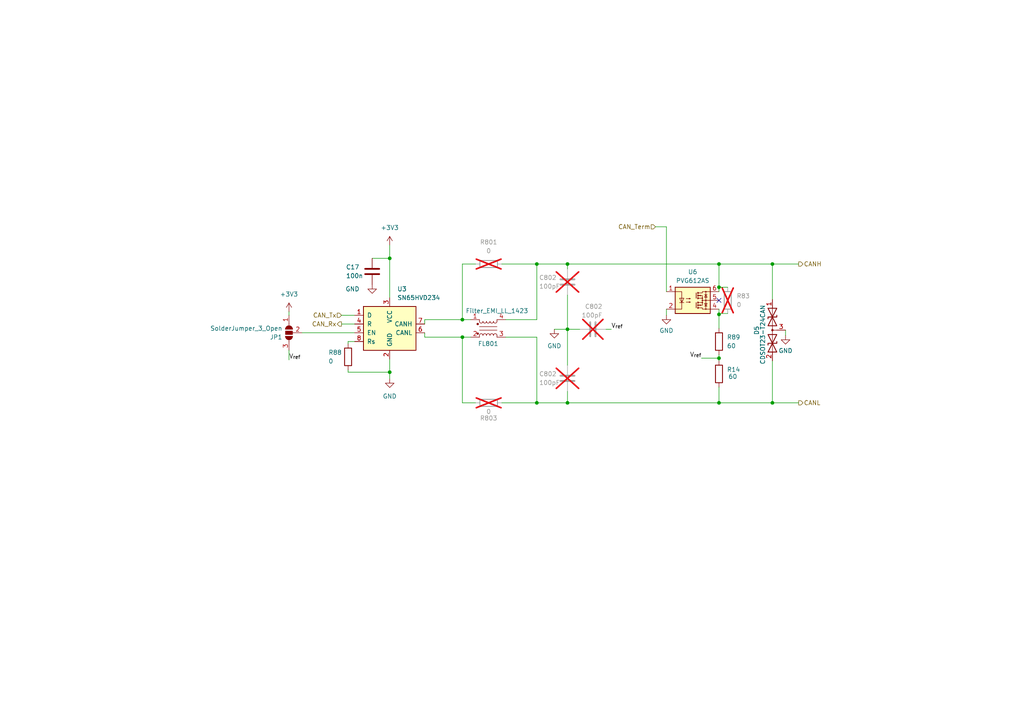
<source format=kicad_sch>
(kicad_sch
	(version 20231120)
	(generator "eeschema")
	(generator_version "8.0")
	(uuid "b97e0e77-c65f-47c4-a065-60c9f76679da")
	(paper "A4")
	(lib_symbols
		(symbol "Device:C"
			(pin_numbers hide)
			(pin_names
				(offset 0.254)
			)
			(exclude_from_sim no)
			(in_bom yes)
			(on_board yes)
			(property "Reference" "C"
				(at 0.635 2.54 0)
				(effects
					(font
						(size 1.27 1.27)
					)
					(justify left)
				)
			)
			(property "Value" "C"
				(at 0.635 -2.54 0)
				(effects
					(font
						(size 1.27 1.27)
					)
					(justify left)
				)
			)
			(property "Footprint" ""
				(at 0.9652 -3.81 0)
				(effects
					(font
						(size 1.27 1.27)
					)
					(hide yes)
				)
			)
			(property "Datasheet" "~"
				(at 0 0 0)
				(effects
					(font
						(size 1.27 1.27)
					)
					(hide yes)
				)
			)
			(property "Description" "Unpolarized capacitor"
				(at 0 0 0)
				(effects
					(font
						(size 1.27 1.27)
					)
					(hide yes)
				)
			)
			(property "ki_keywords" "cap capacitor"
				(at 0 0 0)
				(effects
					(font
						(size 1.27 1.27)
					)
					(hide yes)
				)
			)
			(property "ki_fp_filters" "C_*"
				(at 0 0 0)
				(effects
					(font
						(size 1.27 1.27)
					)
					(hide yes)
				)
			)
			(symbol "C_0_1"
				(polyline
					(pts
						(xy -2.032 -0.762) (xy 2.032 -0.762)
					)
					(stroke
						(width 0.508)
						(type default)
					)
					(fill
						(type none)
					)
				)
				(polyline
					(pts
						(xy -2.032 0.762) (xy 2.032 0.762)
					)
					(stroke
						(width 0.508)
						(type default)
					)
					(fill
						(type none)
					)
				)
			)
			(symbol "C_1_1"
				(pin passive line
					(at 0 3.81 270)
					(length 2.794)
					(name "~"
						(effects
							(font
								(size 1.27 1.27)
							)
						)
					)
					(number "1"
						(effects
							(font
								(size 1.27 1.27)
							)
						)
					)
				)
				(pin passive line
					(at 0 -3.81 90)
					(length 2.794)
					(name "~"
						(effects
							(font
								(size 1.27 1.27)
							)
						)
					)
					(number "2"
						(effects
							(font
								(size 1.27 1.27)
							)
						)
					)
				)
			)
		)
		(symbol "Device:D_TVS_Dual_AAC"
			(pin_names
				(offset 1.016) hide)
			(exclude_from_sim no)
			(in_bom yes)
			(on_board yes)
			(property "Reference" "D"
				(at 0 4.445 0)
				(effects
					(font
						(size 1.27 1.27)
					)
				)
			)
			(property "Value" "D_TVS_Dual_AAC"
				(at 0 2.54 0)
				(effects
					(font
						(size 1.27 1.27)
					)
				)
			)
			(property "Footprint" ""
				(at -3.81 0 0)
				(effects
					(font
						(size 1.27 1.27)
					)
					(hide yes)
				)
			)
			(property "Datasheet" "~"
				(at -3.81 0 0)
				(effects
					(font
						(size 1.27 1.27)
					)
					(hide yes)
				)
			)
			(property "Description" "Bidirectional dual transient-voltage-suppression diode, center on pin 3"
				(at 0 0 0)
				(effects
					(font
						(size 1.27 1.27)
					)
					(hide yes)
				)
			)
			(property "ki_keywords" "diode TVS thyrector"
				(at 0 0 0)
				(effects
					(font
						(size 1.27 1.27)
					)
					(hide yes)
				)
			)
			(symbol "D_TVS_Dual_AAC_0_0"
				(polyline
					(pts
						(xy 0 -1.27) (xy 0 0)
					)
					(stroke
						(width 0)
						(type default)
					)
					(fill
						(type none)
					)
				)
			)
			(symbol "D_TVS_Dual_AAC_0_1"
				(polyline
					(pts
						(xy -6.35 0) (xy 6.35 0)
					)
					(stroke
						(width 0)
						(type default)
					)
					(fill
						(type none)
					)
				)
				(polyline
					(pts
						(xy -3.302 1.27) (xy -3.81 1.27) (xy -3.81 -1.27) (xy -4.318 -1.27)
					)
					(stroke
						(width 0.254)
						(type default)
					)
					(fill
						(type none)
					)
				)
				(polyline
					(pts
						(xy 4.318 1.27) (xy 3.81 1.27) (xy 3.81 -1.27) (xy 3.302 -1.27)
					)
					(stroke
						(width 0.254)
						(type default)
					)
					(fill
						(type none)
					)
				)
				(polyline
					(pts
						(xy -6.35 1.27) (xy -1.27 -1.27) (xy -1.27 1.27) (xy -6.35 -1.27) (xy -6.35 1.27)
					)
					(stroke
						(width 0.254)
						(type default)
					)
					(fill
						(type none)
					)
				)
				(polyline
					(pts
						(xy 6.35 1.27) (xy 1.27 -1.27) (xy 1.27 1.27) (xy 6.35 -1.27) (xy 6.35 1.27)
					)
					(stroke
						(width 0.254)
						(type default)
					)
					(fill
						(type none)
					)
				)
				(circle
					(center 0 0)
					(radius 0.254)
					(stroke
						(width 0)
						(type default)
					)
					(fill
						(type outline)
					)
				)
			)
			(symbol "D_TVS_Dual_AAC_1_1"
				(pin passive line
					(at -8.89 0 0)
					(length 2.54)
					(name "A1"
						(effects
							(font
								(size 1.27 1.27)
							)
						)
					)
					(number "1"
						(effects
							(font
								(size 1.27 1.27)
							)
						)
					)
				)
				(pin passive line
					(at 8.89 0 180)
					(length 2.54)
					(name "A2"
						(effects
							(font
								(size 1.27 1.27)
							)
						)
					)
					(number "2"
						(effects
							(font
								(size 1.27 1.27)
							)
						)
					)
				)
				(pin input line
					(at 0 -3.81 90)
					(length 2.54)
					(name "common"
						(effects
							(font
								(size 1.27 1.27)
							)
						)
					)
					(number "3"
						(effects
							(font
								(size 1.27 1.27)
							)
						)
					)
				)
			)
		)
		(symbol "Device:Filter_EMI_LL_1423"
			(pin_names hide)
			(exclude_from_sim no)
			(in_bom yes)
			(on_board yes)
			(property "Reference" "FL"
				(at 0 4.445 0)
				(effects
					(font
						(size 1.27 1.27)
					)
				)
			)
			(property "Value" "Filter_EMI_LL_1423"
				(at 0 -4.445 0)
				(effects
					(font
						(size 1.27 1.27)
					)
				)
			)
			(property "Footprint" ""
				(at 0 -6.35 0)
				(effects
					(font
						(size 1.27 1.27)
					)
					(hide yes)
				)
			)
			(property "Datasheet" "~"
				(at 0 1.016 90)
				(effects
					(font
						(size 1.27 1.27)
					)
					(hide yes)
				)
			)
			(property "Description" "EMI 2-inductor filter, pin-connections 1-4 and 2-3"
				(at 0 0 0)
				(effects
					(font
						(size 1.27 1.27)
					)
					(hide yes)
				)
			)
			(property "ki_keywords" "EMI filter common-mode choke"
				(at 0 0 0)
				(effects
					(font
						(size 1.27 1.27)
					)
					(hide yes)
				)
			)
			(property "ki_fp_filters" "Bourns*SRF0905*"
				(at 0 0 0)
				(effects
					(font
						(size 1.27 1.27)
					)
					(hide yes)
				)
			)
			(symbol "Filter_EMI_LL_1423_0_1"
				(circle
					(center -3.048 -1.27)
					(radius 0.254)
					(stroke
						(width 0)
						(type default)
					)
					(fill
						(type outline)
					)
				)
				(circle
					(center -3.048 1.524)
					(radius 0.254)
					(stroke
						(width 0)
						(type default)
					)
					(fill
						(type outline)
					)
				)
				(arc
					(start -2.54 2.032)
					(mid -2.032 1.5262)
					(end -1.524 2.032)
					(stroke
						(width 0)
						(type default)
					)
					(fill
						(type none)
					)
				)
				(arc
					(start -1.524 -2.032)
					(mid -2.032 -1.5262)
					(end -2.54 -2.032)
					(stroke
						(width 0)
						(type default)
					)
					(fill
						(type none)
					)
				)
				(arc
					(start -1.524 2.032)
					(mid -1.016 1.5262)
					(end -0.508 2.032)
					(stroke
						(width 0)
						(type default)
					)
					(fill
						(type none)
					)
				)
				(arc
					(start -0.508 -2.032)
					(mid -1.016 -1.5262)
					(end -1.524 -2.032)
					(stroke
						(width 0)
						(type default)
					)
					(fill
						(type none)
					)
				)
				(arc
					(start -0.508 2.032)
					(mid 0 1.5262)
					(end 0.508 2.032)
					(stroke
						(width 0)
						(type default)
					)
					(fill
						(type none)
					)
				)
				(polyline
					(pts
						(xy -2.54 -2.032) (xy -2.54 -2.54)
					)
					(stroke
						(width 0)
						(type default)
					)
					(fill
						(type none)
					)
				)
				(polyline
					(pts
						(xy -2.54 0.508) (xy 2.54 0.508)
					)
					(stroke
						(width 0)
						(type default)
					)
					(fill
						(type none)
					)
				)
				(polyline
					(pts
						(xy -2.54 2.032) (xy -2.54 2.54)
					)
					(stroke
						(width 0)
						(type default)
					)
					(fill
						(type none)
					)
				)
				(polyline
					(pts
						(xy 2.54 -2.032) (xy 2.54 -2.54)
					)
					(stroke
						(width 0)
						(type default)
					)
					(fill
						(type none)
					)
				)
				(polyline
					(pts
						(xy 2.54 -0.508) (xy -2.54 -0.508)
					)
					(stroke
						(width 0)
						(type default)
					)
					(fill
						(type none)
					)
				)
				(polyline
					(pts
						(xy 2.54 2.54) (xy 2.54 2.032)
					)
					(stroke
						(width 0)
						(type default)
					)
					(fill
						(type none)
					)
				)
				(arc
					(start 0.508 -2.032)
					(mid 0 -1.5262)
					(end -0.508 -2.032)
					(stroke
						(width 0)
						(type default)
					)
					(fill
						(type none)
					)
				)
				(arc
					(start 0.508 2.032)
					(mid 1.016 1.5262)
					(end 1.524 2.032)
					(stroke
						(width 0)
						(type default)
					)
					(fill
						(type none)
					)
				)
				(arc
					(start 1.524 -2.032)
					(mid 1.016 -1.5262)
					(end 0.508 -2.032)
					(stroke
						(width 0)
						(type default)
					)
					(fill
						(type none)
					)
				)
				(arc
					(start 1.524 2.032)
					(mid 2.032 1.5262)
					(end 2.54 2.032)
					(stroke
						(width 0)
						(type default)
					)
					(fill
						(type none)
					)
				)
				(arc
					(start 2.54 -2.032)
					(mid 2.032 -1.5262)
					(end 1.524 -2.032)
					(stroke
						(width 0)
						(type default)
					)
					(fill
						(type none)
					)
				)
			)
			(symbol "Filter_EMI_LL_1423_1_1"
				(pin passive line
					(at -5.08 -2.54 0)
					(length 2.54)
					(name "1"
						(effects
							(font
								(size 1.27 1.27)
							)
						)
					)
					(number "1"
						(effects
							(font
								(size 1.27 1.27)
							)
						)
					)
				)
				(pin passive line
					(at -5.08 2.54 0)
					(length 2.54)
					(name "2"
						(effects
							(font
								(size 1.27 1.27)
							)
						)
					)
					(number "2"
						(effects
							(font
								(size 1.27 1.27)
							)
						)
					)
				)
				(pin passive line
					(at 5.08 2.54 180)
					(length 2.54)
					(name "3"
						(effects
							(font
								(size 1.27 1.27)
							)
						)
					)
					(number "3"
						(effects
							(font
								(size 1.27 1.27)
							)
						)
					)
				)
				(pin passive line
					(at 5.08 -2.54 180)
					(length 2.54)
					(name "4"
						(effects
							(font
								(size 1.27 1.27)
							)
						)
					)
					(number "4"
						(effects
							(font
								(size 1.27 1.27)
							)
						)
					)
				)
			)
		)
		(symbol "Device:R"
			(pin_numbers hide)
			(pin_names
				(offset 0)
			)
			(exclude_from_sim no)
			(in_bom yes)
			(on_board yes)
			(property "Reference" "R"
				(at 2.032 0 90)
				(effects
					(font
						(size 1.27 1.27)
					)
				)
			)
			(property "Value" "R"
				(at 0 0 90)
				(effects
					(font
						(size 1.27 1.27)
					)
				)
			)
			(property "Footprint" ""
				(at -1.778 0 90)
				(effects
					(font
						(size 1.27 1.27)
					)
					(hide yes)
				)
			)
			(property "Datasheet" "~"
				(at 0 0 0)
				(effects
					(font
						(size 1.27 1.27)
					)
					(hide yes)
				)
			)
			(property "Description" "Resistor"
				(at 0 0 0)
				(effects
					(font
						(size 1.27 1.27)
					)
					(hide yes)
				)
			)
			(property "ki_keywords" "R res resistor"
				(at 0 0 0)
				(effects
					(font
						(size 1.27 1.27)
					)
					(hide yes)
				)
			)
			(property "ki_fp_filters" "R_*"
				(at 0 0 0)
				(effects
					(font
						(size 1.27 1.27)
					)
					(hide yes)
				)
			)
			(symbol "R_0_1"
				(rectangle
					(start -1.016 -2.54)
					(end 1.016 2.54)
					(stroke
						(width 0.254)
						(type default)
					)
					(fill
						(type none)
					)
				)
			)
			(symbol "R_1_1"
				(pin passive line
					(at 0 3.81 270)
					(length 1.27)
					(name "~"
						(effects
							(font
								(size 1.27 1.27)
							)
						)
					)
					(number "1"
						(effects
							(font
								(size 1.27 1.27)
							)
						)
					)
				)
				(pin passive line
					(at 0 -3.81 90)
					(length 1.27)
					(name "~"
						(effects
							(font
								(size 1.27 1.27)
							)
						)
					)
					(number "2"
						(effects
							(font
								(size 1.27 1.27)
							)
						)
					)
				)
			)
		)
		(symbol "FaSTTUBe_Power-Switches:PVG612AS"
			(exclude_from_sim no)
			(in_bom yes)
			(on_board yes)
			(property "Reference" "U"
				(at -3.81 5.08 0)
				(effects
					(font
						(size 1.27 1.27)
					)
				)
			)
			(property "Value" "PVG612AS"
				(at 0 -5.08 0)
				(effects
					(font
						(size 1.27 1.27)
					)
				)
			)
			(property "Footprint" "Package_DIP:SMDIP-6_W9.53mm"
				(at 0 -7.62 0)
				(effects
					(font
						(size 1.27 1.27)
					)
					(hide yes)
				)
			)
			(property "Datasheet" "https://www.infineon.com/dgdl/Infineon-PVG612A-DataSheet-v01_00-EN.pdf?fileId=5546d462533600a401535683ca14293a"
				(at 0 -10.16 0)
				(effects
					(font
						(size 1.27 1.27)
					)
					(hide yes)
				)
			)
			(property "Description" "Photo MOSFET optically coupled, 60VDC, 4A, 35mohm, Isolation 4000 VRMS, SMDIP-6"
				(at 0 0 0)
				(effects
					(font
						(size 1.27 1.27)
					)
					(hide yes)
				)
			)
			(property "ki_keywords" "photocouplers photorelay solidstate relay normally opened"
				(at 0 0 0)
				(effects
					(font
						(size 1.27 1.27)
					)
					(hide yes)
				)
			)
			(property "ki_fp_filters" "DIP*W7.62mm*"
				(at 0 0 0)
				(effects
					(font
						(size 1.27 1.27)
					)
					(hide yes)
				)
			)
			(symbol "PVG612AS_0_1"
				(rectangle
					(start -5.08 3.81)
					(end 5.08 -3.81)
					(stroke
						(width 0.254)
						(type default)
					)
					(fill
						(type background)
					)
				)
				(polyline
					(pts
						(xy -3.81 -0.635) (xy -2.54 -0.635)
					)
					(stroke
						(width 0)
						(type default)
					)
					(fill
						(type none)
					)
				)
				(polyline
					(pts
						(xy 1.016 -0.635) (xy 1.016 -2.159)
					)
					(stroke
						(width 0.2032)
						(type default)
					)
					(fill
						(type none)
					)
				)
				(polyline
					(pts
						(xy 1.016 2.159) (xy 1.016 0.635)
					)
					(stroke
						(width 0.2032)
						(type default)
					)
					(fill
						(type none)
					)
				)
				(polyline
					(pts
						(xy 1.524 -0.508) (xy 1.524 -0.762)
					)
					(stroke
						(width 0.3556)
						(type default)
					)
					(fill
						(type none)
					)
				)
				(polyline
					(pts
						(xy 2.794 0) (xy 5.08 0)
					)
					(stroke
						(width 0)
						(type default)
					)
					(fill
						(type none)
					)
				)
				(polyline
					(pts
						(xy 3.429 -1.651) (xy 4.191 -1.651)
					)
					(stroke
						(width 0)
						(type default)
					)
					(fill
						(type none)
					)
				)
				(polyline
					(pts
						(xy 3.429 1.651) (xy 4.191 1.651)
					)
					(stroke
						(width 0)
						(type default)
					)
					(fill
						(type none)
					)
				)
				(polyline
					(pts
						(xy 3.81 -2.54) (xy 3.81 2.54)
					)
					(stroke
						(width 0)
						(type default)
					)
					(fill
						(type none)
					)
				)
				(polyline
					(pts
						(xy 1.524 -2.032) (xy 1.524 -2.286) (xy 1.524 -2.286)
					)
					(stroke
						(width 0.3556)
						(type default)
					)
					(fill
						(type none)
					)
				)
				(polyline
					(pts
						(xy 1.524 -1.27) (xy 1.524 -1.524) (xy 1.524 -1.524)
					)
					(stroke
						(width 0.3556)
						(type default)
					)
					(fill
						(type none)
					)
				)
				(polyline
					(pts
						(xy 1.524 0.762) (xy 1.524 0.508) (xy 1.524 0.508)
					)
					(stroke
						(width 0.3556)
						(type default)
					)
					(fill
						(type none)
					)
				)
				(polyline
					(pts
						(xy 1.524 1.524) (xy 1.524 1.27) (xy 1.524 1.27)
					)
					(stroke
						(width 0.3556)
						(type default)
					)
					(fill
						(type none)
					)
				)
				(polyline
					(pts
						(xy 1.524 2.286) (xy 1.524 2.032) (xy 1.524 2.032)
					)
					(stroke
						(width 0.3556)
						(type default)
					)
					(fill
						(type none)
					)
				)
				(polyline
					(pts
						(xy 1.651 -1.397) (xy 2.794 -1.397) (xy 2.794 -0.635)
					)
					(stroke
						(width 0)
						(type default)
					)
					(fill
						(type none)
					)
				)
				(polyline
					(pts
						(xy 1.651 1.397) (xy 2.794 1.397) (xy 2.794 0.635)
					)
					(stroke
						(width 0)
						(type default)
					)
					(fill
						(type none)
					)
				)
				(polyline
					(pts
						(xy -5.08 2.54) (xy -3.175 2.54) (xy -3.175 -2.54) (xy -5.08 -2.54)
					)
					(stroke
						(width 0)
						(type default)
					)
					(fill
						(type none)
					)
				)
				(polyline
					(pts
						(xy -3.175 -0.635) (xy -3.81 0.635) (xy -2.54 0.635) (xy -3.175 -0.635)
					)
					(stroke
						(width 0)
						(type default)
					)
					(fill
						(type none)
					)
				)
				(polyline
					(pts
						(xy 1.651 -2.159) (xy 2.794 -2.159) (xy 2.794 -2.54) (xy 5.08 -2.54)
					)
					(stroke
						(width 0)
						(type default)
					)
					(fill
						(type none)
					)
				)
				(polyline
					(pts
						(xy 1.651 -0.635) (xy 2.794 -0.635) (xy 2.794 0.635) (xy 1.651 0.635)
					)
					(stroke
						(width 0)
						(type default)
					)
					(fill
						(type none)
					)
				)
				(polyline
					(pts
						(xy 1.651 2.159) (xy 2.794 2.159) (xy 2.794 2.54) (xy 5.08 2.54)
					)
					(stroke
						(width 0)
						(type default)
					)
					(fill
						(type none)
					)
				)
				(polyline
					(pts
						(xy 1.778 -1.397) (xy 2.286 -1.27) (xy 2.286 -1.524) (xy 1.778 -1.397)
					)
					(stroke
						(width 0)
						(type default)
					)
					(fill
						(type none)
					)
				)
				(polyline
					(pts
						(xy 1.778 1.397) (xy 2.286 1.524) (xy 2.286 1.27) (xy 1.778 1.397)
					)
					(stroke
						(width 0)
						(type default)
					)
					(fill
						(type none)
					)
				)
				(polyline
					(pts
						(xy 3.81 -1.651) (xy 3.429 -0.889) (xy 4.191 -0.889) (xy 3.81 -1.651)
					)
					(stroke
						(width 0)
						(type default)
					)
					(fill
						(type none)
					)
				)
				(polyline
					(pts
						(xy 3.81 1.651) (xy 3.429 0.889) (xy 4.191 0.889) (xy 3.81 1.651)
					)
					(stroke
						(width 0)
						(type default)
					)
					(fill
						(type none)
					)
				)
				(polyline
					(pts
						(xy -1.905 -0.508) (xy -0.635 -0.508) (xy -1.016 -0.635) (xy -1.016 -0.381) (xy -0.635 -0.508)
					)
					(stroke
						(width 0)
						(type default)
					)
					(fill
						(type none)
					)
				)
				(polyline
					(pts
						(xy -1.905 0.508) (xy -0.635 0.508) (xy -1.016 0.381) (xy -1.016 0.635) (xy -0.635 0.508)
					)
					(stroke
						(width 0)
						(type default)
					)
					(fill
						(type none)
					)
				)
				(circle
					(center 2.794 -0.635)
					(radius 0.127)
					(stroke
						(width 0)
						(type default)
					)
					(fill
						(type none)
					)
				)
				(circle
					(center 2.794 0)
					(radius 0.127)
					(stroke
						(width 0)
						(type default)
					)
					(fill
						(type none)
					)
				)
				(circle
					(center 2.794 0.635)
					(radius 0.127)
					(stroke
						(width 0)
						(type default)
					)
					(fill
						(type none)
					)
				)
				(circle
					(center 3.81 -2.54)
					(radius 0.127)
					(stroke
						(width 0)
						(type default)
					)
					(fill
						(type none)
					)
				)
				(circle
					(center 3.81 0)
					(radius 0.127)
					(stroke
						(width 0)
						(type default)
					)
					(fill
						(type none)
					)
				)
				(circle
					(center 3.81 2.54)
					(radius 0.127)
					(stroke
						(width 0)
						(type default)
					)
					(fill
						(type none)
					)
				)
			)
			(symbol "PVG612AS_1_1"
				(pin passive line
					(at -7.62 2.54 0)
					(length 2.54)
					(name "~"
						(effects
							(font
								(size 1.27 1.27)
							)
						)
					)
					(number "1"
						(effects
							(font
								(size 1.27 1.27)
							)
						)
					)
				)
				(pin passive line
					(at -7.62 -2.54 0)
					(length 2.54)
					(name "~"
						(effects
							(font
								(size 1.27 1.27)
							)
						)
					)
					(number "2"
						(effects
							(font
								(size 1.27 1.27)
							)
						)
					)
				)
				(pin no_connect line
					(at -5.08 0 0)
					(length 2.54) hide
					(name "~"
						(effects
							(font
								(size 1.27 1.27)
							)
						)
					)
					(number "3"
						(effects
							(font
								(size 1.27 1.27)
							)
						)
					)
				)
				(pin passive line
					(at 7.62 -2.54 180)
					(length 2.54)
					(name "~"
						(effects
							(font
								(size 1.27 1.27)
							)
						)
					)
					(number "4"
						(effects
							(font
								(size 1.27 1.27)
							)
						)
					)
				)
				(pin passive line
					(at 7.62 0 180)
					(length 2.54)
					(name "~"
						(effects
							(font
								(size 1.27 1.27)
							)
						)
					)
					(number "5"
						(effects
							(font
								(size 1.27 1.27)
							)
						)
					)
				)
				(pin passive line
					(at 7.62 2.54 180)
					(length 2.54)
					(name "~"
						(effects
							(font
								(size 1.27 1.27)
							)
						)
					)
					(number "6"
						(effects
							(font
								(size 1.27 1.27)
							)
						)
					)
				)
			)
		)
		(symbol "Interface_CAN_LIN:SN65HVD234"
			(pin_names
				(offset 1.016)
			)
			(exclude_from_sim no)
			(in_bom yes)
			(on_board yes)
			(property "Reference" "U"
				(at -2.54 10.16 0)
				(effects
					(font
						(size 1.27 1.27)
					)
					(justify right)
				)
			)
			(property "Value" "SN65HVD234"
				(at -2.54 7.62 0)
				(effects
					(font
						(size 1.27 1.27)
					)
					(justify right)
				)
			)
			(property "Footprint" "Package_SO:SOIC-8_3.9x4.9mm_P1.27mm"
				(at 0 -12.7 0)
				(effects
					(font
						(size 1.27 1.27)
					)
					(hide yes)
				)
			)
			(property "Datasheet" "http://www.ti.com/lit/ds/symlink/sn65hvd234.pdf"
				(at -2.54 10.16 0)
				(effects
					(font
						(size 1.27 1.27)
					)
					(hide yes)
				)
			)
			(property "Description" "CAN Bus Transceiver, 3.3V, 1Mbps, Enable feature, SOIC-8"
				(at 0 0 0)
				(effects
					(font
						(size 1.27 1.27)
					)
					(hide yes)
				)
			)
			(property "ki_keywords" "can transeiver ti"
				(at 0 0 0)
				(effects
					(font
						(size 1.27 1.27)
					)
					(hide yes)
				)
			)
			(property "ki_fp_filters" "SOIC*3.9x4.9mm*P1.27mm*"
				(at 0 0 0)
				(effects
					(font
						(size 1.27 1.27)
					)
					(hide yes)
				)
			)
			(symbol "SN65HVD234_0_1"
				(rectangle
					(start -7.62 5.08)
					(end 7.62 -7.62)
					(stroke
						(width 0.254)
						(type default)
					)
					(fill
						(type background)
					)
				)
			)
			(symbol "SN65HVD234_1_1"
				(pin input line
					(at -10.16 2.54 0)
					(length 2.54)
					(name "D"
						(effects
							(font
								(size 1.27 1.27)
							)
						)
					)
					(number "1"
						(effects
							(font
								(size 1.27 1.27)
							)
						)
					)
				)
				(pin power_in line
					(at 0 -10.16 90)
					(length 2.54)
					(name "GND"
						(effects
							(font
								(size 1.27 1.27)
							)
						)
					)
					(number "2"
						(effects
							(font
								(size 1.27 1.27)
							)
						)
					)
				)
				(pin power_in line
					(at 0 7.62 270)
					(length 2.54)
					(name "VCC"
						(effects
							(font
								(size 1.27 1.27)
							)
						)
					)
					(number "3"
						(effects
							(font
								(size 1.27 1.27)
							)
						)
					)
				)
				(pin output line
					(at -10.16 0 0)
					(length 2.54)
					(name "R"
						(effects
							(font
								(size 1.27 1.27)
							)
						)
					)
					(number "4"
						(effects
							(font
								(size 1.27 1.27)
							)
						)
					)
				)
				(pin input line
					(at -10.16 -2.54 0)
					(length 2.54)
					(name "EN"
						(effects
							(font
								(size 1.27 1.27)
							)
						)
					)
					(number "5"
						(effects
							(font
								(size 1.27 1.27)
							)
						)
					)
				)
				(pin bidirectional line
					(at 10.16 -2.54 180)
					(length 2.54)
					(name "CANL"
						(effects
							(font
								(size 1.27 1.27)
							)
						)
					)
					(number "6"
						(effects
							(font
								(size 1.27 1.27)
							)
						)
					)
				)
				(pin bidirectional line
					(at 10.16 0 180)
					(length 2.54)
					(name "CANH"
						(effects
							(font
								(size 1.27 1.27)
							)
						)
					)
					(number "7"
						(effects
							(font
								(size 1.27 1.27)
							)
						)
					)
				)
				(pin input line
					(at -10.16 -5.08 0)
					(length 2.54)
					(name "Rs"
						(effects
							(font
								(size 1.27 1.27)
							)
						)
					)
					(number "8"
						(effects
							(font
								(size 1.27 1.27)
							)
						)
					)
				)
			)
		)
		(symbol "Jumper:SolderJumper_3_Open"
			(pin_names
				(offset 0) hide)
			(exclude_from_sim no)
			(in_bom yes)
			(on_board yes)
			(property "Reference" "JP"
				(at -2.54 -2.54 0)
				(effects
					(font
						(size 1.27 1.27)
					)
				)
			)
			(property "Value" "SolderJumper_3_Open"
				(at 0 2.794 0)
				(effects
					(font
						(size 1.27 1.27)
					)
				)
			)
			(property "Footprint" ""
				(at 0 0 0)
				(effects
					(font
						(size 1.27 1.27)
					)
					(hide yes)
				)
			)
			(property "Datasheet" "~"
				(at 0 0 0)
				(effects
					(font
						(size 1.27 1.27)
					)
					(hide yes)
				)
			)
			(property "Description" "Solder Jumper, 3-pole, open"
				(at 0 0 0)
				(effects
					(font
						(size 1.27 1.27)
					)
					(hide yes)
				)
			)
			(property "ki_keywords" "Solder Jumper SPDT"
				(at 0 0 0)
				(effects
					(font
						(size 1.27 1.27)
					)
					(hide yes)
				)
			)
			(property "ki_fp_filters" "SolderJumper*Open*"
				(at 0 0 0)
				(effects
					(font
						(size 1.27 1.27)
					)
					(hide yes)
				)
			)
			(symbol "SolderJumper_3_Open_0_1"
				(arc
					(start -1.016 1.016)
					(mid -2.0276 0)
					(end -1.016 -1.016)
					(stroke
						(width 0)
						(type default)
					)
					(fill
						(type none)
					)
				)
				(arc
					(start -1.016 1.016)
					(mid -2.0276 0)
					(end -1.016 -1.016)
					(stroke
						(width 0)
						(type default)
					)
					(fill
						(type outline)
					)
				)
				(rectangle
					(start -0.508 1.016)
					(end 0.508 -1.016)
					(stroke
						(width 0)
						(type default)
					)
					(fill
						(type outline)
					)
				)
				(polyline
					(pts
						(xy -2.54 0) (xy -2.032 0)
					)
					(stroke
						(width 0)
						(type default)
					)
					(fill
						(type none)
					)
				)
				(polyline
					(pts
						(xy -1.016 1.016) (xy -1.016 -1.016)
					)
					(stroke
						(width 0)
						(type default)
					)
					(fill
						(type none)
					)
				)
				(polyline
					(pts
						(xy 0 -1.27) (xy 0 -1.016)
					)
					(stroke
						(width 0)
						(type default)
					)
					(fill
						(type none)
					)
				)
				(polyline
					(pts
						(xy 1.016 1.016) (xy 1.016 -1.016)
					)
					(stroke
						(width 0)
						(type default)
					)
					(fill
						(type none)
					)
				)
				(polyline
					(pts
						(xy 2.54 0) (xy 2.032 0)
					)
					(stroke
						(width 0)
						(type default)
					)
					(fill
						(type none)
					)
				)
				(arc
					(start 1.016 -1.016)
					(mid 2.0276 0)
					(end 1.016 1.016)
					(stroke
						(width 0)
						(type default)
					)
					(fill
						(type none)
					)
				)
				(arc
					(start 1.016 -1.016)
					(mid 2.0276 0)
					(end 1.016 1.016)
					(stroke
						(width 0)
						(type default)
					)
					(fill
						(type outline)
					)
				)
			)
			(symbol "SolderJumper_3_Open_1_1"
				(pin passive line
					(at -5.08 0 0)
					(length 2.54)
					(name "A"
						(effects
							(font
								(size 1.27 1.27)
							)
						)
					)
					(number "1"
						(effects
							(font
								(size 1.27 1.27)
							)
						)
					)
				)
				(pin passive line
					(at 0 -3.81 90)
					(length 2.54)
					(name "C"
						(effects
							(font
								(size 1.27 1.27)
							)
						)
					)
					(number "2"
						(effects
							(font
								(size 1.27 1.27)
							)
						)
					)
				)
				(pin passive line
					(at 5.08 0 180)
					(length 2.54)
					(name "B"
						(effects
							(font
								(size 1.27 1.27)
							)
						)
					)
					(number "3"
						(effects
							(font
								(size 1.27 1.27)
							)
						)
					)
				)
			)
		)
		(symbol "power:+3V3"
			(power)
			(pin_names
				(offset 0)
			)
			(exclude_from_sim no)
			(in_bom yes)
			(on_board yes)
			(property "Reference" "#PWR"
				(at 0 -3.81 0)
				(effects
					(font
						(size 1.27 1.27)
					)
					(hide yes)
				)
			)
			(property "Value" "+3V3"
				(at 0 3.556 0)
				(effects
					(font
						(size 1.27 1.27)
					)
				)
			)
			(property "Footprint" ""
				(at 0 0 0)
				(effects
					(font
						(size 1.27 1.27)
					)
					(hide yes)
				)
			)
			(property "Datasheet" ""
				(at 0 0 0)
				(effects
					(font
						(size 1.27 1.27)
					)
					(hide yes)
				)
			)
			(property "Description" "Power symbol creates a global label with name \"+3V3\""
				(at 0 0 0)
				(effects
					(font
						(size 1.27 1.27)
					)
					(hide yes)
				)
			)
			(property "ki_keywords" "global power"
				(at 0 0 0)
				(effects
					(font
						(size 1.27 1.27)
					)
					(hide yes)
				)
			)
			(symbol "+3V3_0_1"
				(polyline
					(pts
						(xy -0.762 1.27) (xy 0 2.54)
					)
					(stroke
						(width 0)
						(type default)
					)
					(fill
						(type none)
					)
				)
				(polyline
					(pts
						(xy 0 0) (xy 0 2.54)
					)
					(stroke
						(width 0)
						(type default)
					)
					(fill
						(type none)
					)
				)
				(polyline
					(pts
						(xy 0 2.54) (xy 0.762 1.27)
					)
					(stroke
						(width 0)
						(type default)
					)
					(fill
						(type none)
					)
				)
			)
			(symbol "+3V3_1_1"
				(pin power_in line
					(at 0 0 90)
					(length 0) hide
					(name "+3V3"
						(effects
							(font
								(size 1.27 1.27)
							)
						)
					)
					(number "1"
						(effects
							(font
								(size 1.27 1.27)
							)
						)
					)
				)
			)
		)
		(symbol "power:GND"
			(power)
			(pin_names
				(offset 0)
			)
			(exclude_from_sim no)
			(in_bom yes)
			(on_board yes)
			(property "Reference" "#PWR"
				(at 0 -6.35 0)
				(effects
					(font
						(size 1.27 1.27)
					)
					(hide yes)
				)
			)
			(property "Value" "GND"
				(at 0 -3.81 0)
				(effects
					(font
						(size 1.27 1.27)
					)
				)
			)
			(property "Footprint" ""
				(at 0 0 0)
				(effects
					(font
						(size 1.27 1.27)
					)
					(hide yes)
				)
			)
			(property "Datasheet" ""
				(at 0 0 0)
				(effects
					(font
						(size 1.27 1.27)
					)
					(hide yes)
				)
			)
			(property "Description" "Power symbol creates a global label with name \"GND\" , ground"
				(at 0 0 0)
				(effects
					(font
						(size 1.27 1.27)
					)
					(hide yes)
				)
			)
			(property "ki_keywords" "global power"
				(at 0 0 0)
				(effects
					(font
						(size 1.27 1.27)
					)
					(hide yes)
				)
			)
			(symbol "GND_0_1"
				(polyline
					(pts
						(xy 0 0) (xy 0 -1.27) (xy 1.27 -1.27) (xy 0 -2.54) (xy -1.27 -1.27) (xy 0 -1.27)
					)
					(stroke
						(width 0)
						(type default)
					)
					(fill
						(type none)
					)
				)
			)
			(symbol "GND_1_1"
				(pin power_in line
					(at 0 0 270)
					(length 0) hide
					(name "GND"
						(effects
							(font
								(size 1.27 1.27)
							)
						)
					)
					(number "1"
						(effects
							(font
								(size 1.27 1.27)
							)
						)
					)
				)
			)
		)
	)
	(junction
		(at 113.03 107.95)
		(diameter 0)
		(color 0 0 0 0)
		(uuid "1cc90ade-9548-437a-9d69-8f94b8d5e2dd")
	)
	(junction
		(at 134.112 97.79)
		(diameter 0)
		(color 0 0 0 0)
		(uuid "1ff12290-03e3-4bec-86e6-7bdcee65f3fb")
	)
	(junction
		(at 134.112 92.71)
		(diameter 0)
		(color 0 0 0 0)
		(uuid "2aa9f2eb-5604-40a6-8733-0120ae56a087")
	)
	(junction
		(at 155.702 116.84)
		(diameter 0)
		(color 0 0 0 0)
		(uuid "3d06f738-29a8-414d-bc68-5cbf8dd6ad4c")
	)
	(junction
		(at 164.592 76.581)
		(diameter 0)
		(color 0 0 0 0)
		(uuid "3e363e32-1ef8-4c14-9710-4b0baed5ced4")
	)
	(junction
		(at 164.592 95.504)
		(diameter 0)
		(color 0 0 0 0)
		(uuid "4528c5dc-c786-430e-9d09-ca8f990ec7a1")
	)
	(junction
		(at 208.534 76.581)
		(diameter 0)
		(color 0 0 0 0)
		(uuid "4fe67890-44ae-416e-b53b-9fb2ba32cb8f")
	)
	(junction
		(at 208.534 91.186)
		(diameter 0)
		(color 0 0 0 0)
		(uuid "598d747a-5858-42b3-a7fa-0246b14bd78f")
	)
	(junction
		(at 155.702 76.581)
		(diameter 0)
		(color 0 0 0 0)
		(uuid "6e5db591-4cb2-4bce-8a32-8c60d2a3bea1")
	)
	(junction
		(at 208.534 103.886)
		(diameter 0)
		(color 0 0 0 0)
		(uuid "86bf7245-dda9-43f4-88f8-6eef965a36c4")
	)
	(junction
		(at 224.028 76.581)
		(diameter 0)
		(color 0 0 0 0)
		(uuid "9a28aa83-c159-4981-be21-a263e74db0da")
	)
	(junction
		(at 224.028 116.84)
		(diameter 0)
		(color 0 0 0 0)
		(uuid "d59a8dfa-f860-46e9-acb1-fa3f09d5d1f3")
	)
	(junction
		(at 113.03 74.93)
		(diameter 0)
		(color 0 0 0 0)
		(uuid "d8d1374f-f261-40ce-a2e4-f71b75fcb251")
	)
	(junction
		(at 208.534 116.84)
		(diameter 0)
		(color 0 0 0 0)
		(uuid "dca84f13-2170-41a6-83da-ee80b88ec4ee")
	)
	(junction
		(at 208.534 83.312)
		(diameter 0)
		(color 0 0 0 0)
		(uuid "e955e25d-114f-4837-8d26-fd60d96a55c4")
	)
	(junction
		(at 164.592 116.84)
		(diameter 0)
		(color 0 0 0 0)
		(uuid "ee5cadd1-1eee-4ad1-b34b-add46fbe1a16")
	)
	(no_connect
		(at 208.534 87.122)
		(uuid "bcce0c43-c598-4fe0-8c48-f1fae8dc0342")
	)
	(wire
		(pts
			(xy 155.702 116.84) (xy 164.592 116.84)
		)
		(stroke
			(width 0)
			(type default)
		)
		(uuid "021073cf-c71d-4a0a-b6c5-59829c95844d")
	)
	(wire
		(pts
			(xy 208.534 76.581) (xy 224.028 76.581)
		)
		(stroke
			(width 0)
			(type default)
		)
		(uuid "0ad8fa26-1924-4311-b206-8de1ba50ed48")
	)
	(wire
		(pts
			(xy 155.702 76.581) (xy 155.702 92.71)
		)
		(stroke
			(width 0)
			(type default)
		)
		(uuid "0d4625a1-cdfd-493d-823b-e61e8158777d")
	)
	(wire
		(pts
			(xy 107.95 74.93) (xy 113.03 74.93)
		)
		(stroke
			(width 0)
			(type default)
		)
		(uuid "17bc3366-4ed7-49dd-b16d-ed54dd1bba48")
	)
	(wire
		(pts
			(xy 145.542 76.581) (xy 155.702 76.581)
		)
		(stroke
			(width 0)
			(type default)
		)
		(uuid "17e1a106-04ad-493c-b66a-e43406481142")
	)
	(wire
		(pts
			(xy 100.965 107.95) (xy 113.03 107.95)
		)
		(stroke
			(width 0)
			(type default)
		)
		(uuid "1f654ea2-cd66-4a40-9679-cc2137d19f06")
	)
	(wire
		(pts
			(xy 123.19 97.79) (xy 134.112 97.79)
		)
		(stroke
			(width 0)
			(type default)
		)
		(uuid "21de4900-d607-4c84-9fb3-dfe504a96326")
	)
	(wire
		(pts
			(xy 113.03 107.95) (xy 113.03 109.855)
		)
		(stroke
			(width 0)
			(type default)
		)
		(uuid "2640d8d0-f778-4285-8950-74569bb9c1aa")
	)
	(wire
		(pts
			(xy 134.112 97.79) (xy 134.112 116.84)
		)
		(stroke
			(width 0)
			(type default)
		)
		(uuid "27135e0c-edbc-4baa-adab-83c93c931572")
	)
	(wire
		(pts
			(xy 208.407 90.932) (xy 211.074 90.932)
		)
		(stroke
			(width 0)
			(type default)
		)
		(uuid "2a23ba24-fd47-4c23-81d9-e2b4e71f3f36")
	)
	(wire
		(pts
			(xy 208.534 89.662) (xy 208.534 91.186)
		)
		(stroke
			(width 0)
			(type default)
		)
		(uuid "39ead2ce-8216-458e-a0e7-e03f74c298dd")
	)
	(wire
		(pts
			(xy 87.63 96.52) (xy 102.87 96.52)
		)
		(stroke
			(width 0)
			(type default)
		)
		(uuid "3b0910cb-f0c9-47f6-95c5-fc23baafe865")
	)
	(wire
		(pts
			(xy 208.534 112.268) (xy 208.534 116.84)
		)
		(stroke
			(width 0)
			(type default)
		)
		(uuid "3dd7588d-d1e4-448b-9f24-e12c1bca4d43")
	)
	(wire
		(pts
			(xy 224.028 76.581) (xy 224.028 86.868)
		)
		(stroke
			(width 0)
			(type default)
		)
		(uuid "47ccb7dc-44bb-4856-89ad-789d31c411ac")
	)
	(wire
		(pts
			(xy 123.19 92.71) (xy 123.19 93.98)
		)
		(stroke
			(width 0)
			(type default)
		)
		(uuid "48f85c5f-5c2b-4ae5-9734-569922d8b729")
	)
	(wire
		(pts
			(xy 137.922 76.581) (xy 134.112 76.581)
		)
		(stroke
			(width 0)
			(type default)
		)
		(uuid "49674316-2128-470c-bd54-54e5415bb5fa")
	)
	(wire
		(pts
			(xy 190.119 65.786) (xy 193.294 65.786)
		)
		(stroke
			(width 0)
			(type default)
		)
		(uuid "4e3f74bf-cc3e-45f1-9172-54fd4161f833")
	)
	(wire
		(pts
			(xy 145.542 116.84) (xy 155.702 116.84)
		)
		(stroke
			(width 0)
			(type default)
		)
		(uuid "4fdc4d98-c7f4-437d-8079-42a05e8d04c6")
	)
	(wire
		(pts
			(xy 164.592 95.504) (xy 164.592 105.918)
		)
		(stroke
			(width 0)
			(type default)
		)
		(uuid "534da452-1cf8-4bb0-b539-aab0f0fe0ec9")
	)
	(wire
		(pts
			(xy 146.685 92.71) (xy 155.702 92.71)
		)
		(stroke
			(width 0)
			(type default)
		)
		(uuid "535bfc94-61bf-4e6b-8723-ab2f0ffed620")
	)
	(wire
		(pts
			(xy 164.592 76.581) (xy 164.592 77.978)
		)
		(stroke
			(width 0)
			(type default)
		)
		(uuid "572acc2d-bd65-4ebc-83b5-653a2d937b27")
	)
	(wire
		(pts
			(xy 224.028 76.581) (xy 231.648 76.581)
		)
		(stroke
			(width 0)
			(type default)
		)
		(uuid "618e330e-5710-4329-bb7d-e53acf14e1ba")
	)
	(wire
		(pts
			(xy 208.534 91.186) (xy 208.534 95.25)
		)
		(stroke
			(width 0)
			(type default)
		)
		(uuid "64f8f2e1-3e17-47ab-b3c9-d3bd3ff35264")
	)
	(wire
		(pts
			(xy 136.525 97.79) (xy 134.112 97.79)
		)
		(stroke
			(width 0)
			(type default)
		)
		(uuid "6688d267-f998-4d5f-9bc0-282e16812608")
	)
	(wire
		(pts
			(xy 208.534 76.581) (xy 208.534 83.312)
		)
		(stroke
			(width 0)
			(type default)
		)
		(uuid "6aeb534b-7b50-46a3-a4c4-f873ac637693")
	)
	(wire
		(pts
			(xy 224.028 116.84) (xy 231.648 116.84)
		)
		(stroke
			(width 0)
			(type default)
		)
		(uuid "6bce1bb3-d29f-4fd1-a226-24dda8ad1dd6")
	)
	(wire
		(pts
			(xy 100.965 99.06) (xy 100.965 99.695)
		)
		(stroke
			(width 0)
			(type default)
		)
		(uuid "6df3c5ee-8922-4750-a8c5-362534b0b0d6")
	)
	(wire
		(pts
			(xy 208.407 90.932) (xy 208.407 91.186)
		)
		(stroke
			(width 0)
			(type default)
		)
		(uuid "6dfa9614-8bbb-44de-8373-faa18e22d514")
	)
	(wire
		(pts
			(xy 164.592 116.84) (xy 208.534 116.84)
		)
		(stroke
			(width 0)
			(type default)
		)
		(uuid "6e8ba589-eda6-4a9f-8b1e-00f099b64539")
	)
	(wire
		(pts
			(xy 102.87 99.06) (xy 100.965 99.06)
		)
		(stroke
			(width 0)
			(type default)
		)
		(uuid "7a368ccf-c93b-41ca-93aa-ec9d9f966eca")
	)
	(wire
		(pts
			(xy 164.592 113.538) (xy 164.592 116.84)
		)
		(stroke
			(width 0)
			(type default)
		)
		(uuid "7aff9a1f-b889-46d9-ae47-86d8241eda80")
	)
	(wire
		(pts
			(xy 208.534 116.84) (xy 224.028 116.84)
		)
		(stroke
			(width 0)
			(type default)
		)
		(uuid "8885e981-7aab-4ed1-8e8e-1037d6b87804")
	)
	(wire
		(pts
			(xy 175.768 95.504) (xy 177.292 95.504)
		)
		(stroke
			(width 0)
			(type default)
		)
		(uuid "8a2264a3-703e-4a76-b853-0f5de67b2802")
	)
	(wire
		(pts
			(xy 208.534 103.886) (xy 208.534 104.648)
		)
		(stroke
			(width 0)
			(type default)
		)
		(uuid "8a904758-d71d-4e36-9fe3-617797cc7541")
	)
	(wire
		(pts
			(xy 164.592 95.504) (xy 164.592 85.598)
		)
		(stroke
			(width 0)
			(type default)
		)
		(uuid "905f3360-4db6-42a5-afb4-5b29f3606e78")
	)
	(wire
		(pts
			(xy 134.112 116.84) (xy 137.922 116.84)
		)
		(stroke
			(width 0)
			(type default)
		)
		(uuid "91331091-7ebe-44b6-870e-cbf95f85709c")
	)
	(wire
		(pts
			(xy 123.19 92.71) (xy 134.112 92.71)
		)
		(stroke
			(width 0)
			(type default)
		)
		(uuid "9b466116-fab8-4345-87dd-fcc735aadf6a")
	)
	(wire
		(pts
			(xy 134.112 92.71) (xy 136.525 92.71)
		)
		(stroke
			(width 0)
			(type default)
		)
		(uuid "9e5579f7-2351-4ce9-bf82-f913fb993091")
	)
	(wire
		(pts
			(xy 99.06 91.44) (xy 102.87 91.44)
		)
		(stroke
			(width 0)
			(type default)
		)
		(uuid "a035a07b-7db4-4473-9d6a-26bcfa78d82d")
	)
	(wire
		(pts
			(xy 113.03 104.14) (xy 113.03 107.95)
		)
		(stroke
			(width 0)
			(type default)
		)
		(uuid "a286da6d-f7b0-401a-90cc-ba131a25ca5d")
	)
	(wire
		(pts
			(xy 164.592 95.504) (xy 168.148 95.504)
		)
		(stroke
			(width 0)
			(type default)
		)
		(uuid "a33f19a7-ebea-4bca-9c32-9b42087b38ba")
	)
	(wire
		(pts
			(xy 193.294 65.786) (xy 193.294 84.582)
		)
		(stroke
			(width 0)
			(type default)
		)
		(uuid "a4d9598c-4b87-4120-a216-97f23c6b1bfa")
	)
	(wire
		(pts
			(xy 155.702 97.79) (xy 155.702 116.84)
		)
		(stroke
			(width 0)
			(type default)
		)
		(uuid "a5143cc6-3c68-4a32-a0ae-7dda266a3cd3")
	)
	(wire
		(pts
			(xy 203.454 103.886) (xy 208.534 103.886)
		)
		(stroke
			(width 0)
			(type default)
		)
		(uuid "a6983d96-dcbb-496e-a157-a31e83095576")
	)
	(wire
		(pts
			(xy 227.838 95.758) (xy 227.838 97.282)
		)
		(stroke
			(width 0)
			(type default)
		)
		(uuid "aa17b82c-2127-4f9f-9073-02915b159522")
	)
	(wire
		(pts
			(xy 208.534 91.186) (xy 208.407 91.186)
		)
		(stroke
			(width 0)
			(type default)
		)
		(uuid "afca888a-164a-49df-9952-c299cf68afc6")
	)
	(wire
		(pts
			(xy 193.294 89.662) (xy 193.294 91.44)
		)
		(stroke
			(width 0)
			(type default)
		)
		(uuid "b3f8c0bb-68d7-4971-8243-7bb7da471dda")
	)
	(wire
		(pts
			(xy 123.19 97.79) (xy 123.19 96.52)
		)
		(stroke
			(width 0)
			(type default)
		)
		(uuid "b771eff2-dc52-420c-9433-f685e870b681")
	)
	(wire
		(pts
			(xy 160.782 95.504) (xy 164.592 95.504)
		)
		(stroke
			(width 0)
			(type default)
		)
		(uuid "b810f09b-fec3-403c-9673-7808f3f3da41")
	)
	(wire
		(pts
			(xy 83.82 101.6) (xy 83.82 104.394)
		)
		(stroke
			(width 0)
			(type default)
		)
		(uuid "b889d412-d07d-4a87-8e9b-3c22c2aaf874")
	)
	(wire
		(pts
			(xy 99.06 93.98) (xy 102.87 93.98)
		)
		(stroke
			(width 0)
			(type default)
		)
		(uuid "bc86be95-cd0a-446a-b536-8227f090ab79")
	)
	(wire
		(pts
			(xy 146.685 97.79) (xy 155.702 97.79)
		)
		(stroke
			(width 0)
			(type default)
		)
		(uuid "bcee5da6-05b7-4cec-b13a-77e421a8dab9")
	)
	(wire
		(pts
			(xy 164.592 76.581) (xy 208.534 76.581)
		)
		(stroke
			(width 0)
			(type default)
		)
		(uuid "c5d84e2f-9847-4f7b-9626-83b44b1d2894")
	)
	(wire
		(pts
			(xy 155.702 76.581) (xy 164.592 76.581)
		)
		(stroke
			(width 0)
			(type default)
		)
		(uuid "c9f38b11-2301-40bf-8303-01de9ef2ae7a")
	)
	(wire
		(pts
			(xy 208.534 102.87) (xy 208.534 103.886)
		)
		(stroke
			(width 0)
			(type default)
		)
		(uuid "cb55e5a9-862e-457f-ba35-7f75350d05c6")
	)
	(wire
		(pts
			(xy 224.028 104.648) (xy 224.028 116.84)
		)
		(stroke
			(width 0)
			(type default)
		)
		(uuid "ce542906-d648-445d-b90b-be4f18181db0")
	)
	(wire
		(pts
			(xy 113.03 86.36) (xy 113.03 74.93)
		)
		(stroke
			(width 0)
			(type default)
		)
		(uuid "cfc9710d-9245-4c57-ac1a-6736f2d44d61")
	)
	(wire
		(pts
			(xy 100.965 107.95) (xy 100.965 107.315)
		)
		(stroke
			(width 0)
			(type default)
		)
		(uuid "da7b5735-8504-4686-bfc1-c36a40463db1")
	)
	(wire
		(pts
			(xy 83.82 90.424) (xy 83.82 91.44)
		)
		(stroke
			(width 0)
			(type default)
		)
		(uuid "ea945fe8-6c76-4919-8908-aa5942f0135e")
	)
	(wire
		(pts
			(xy 134.112 76.581) (xy 134.112 92.71)
		)
		(stroke
			(width 0)
			(type default)
		)
		(uuid "f10aa770-d45a-4018-a666-204deb45b4c4")
	)
	(wire
		(pts
			(xy 208.534 83.312) (xy 208.534 84.582)
		)
		(stroke
			(width 0)
			(type default)
		)
		(uuid "f1b8050c-f5d8-4280-8e58-5924d48587c3")
	)
	(wire
		(pts
			(xy 113.03 71.12) (xy 113.03 74.93)
		)
		(stroke
			(width 0)
			(type default)
		)
		(uuid "f2c43aca-09d9-4310-9fa6-a73c9fff0e6f")
	)
	(wire
		(pts
			(xy 208.534 83.312) (xy 211.074 83.312)
		)
		(stroke
			(width 0)
			(type default)
		)
		(uuid "fbfcece2-5289-4b19-8b68-aa4c1c0a782f")
	)
	(label "V_{ref}"
		(at 203.454 103.886 180)
		(fields_autoplaced yes)
		(effects
			(font
				(size 1.27 1.27)
			)
			(justify right bottom)
		)
		(uuid "49cfc794-e953-4d53-a287-f78e94b7fe1a")
	)
	(label "V_{ref}"
		(at 83.82 104.394 0)
		(fields_autoplaced yes)
		(effects
			(font
				(size 1.27 1.27)
			)
			(justify left bottom)
		)
		(uuid "735680d6-bc34-4599-85ad-c43627c4dc2f")
	)
	(label "V_{ref}"
		(at 177.292 95.504 0)
		(fields_autoplaced yes)
		(effects
			(font
				(size 1.27 1.27)
			)
			(justify left bottom)
		)
		(uuid "c8d59f61-ed09-4e03-bd50-d09be0004865")
	)
	(hierarchical_label "CAN_Tx"
		(shape input)
		(at 99.06 91.44 180)
		(fields_autoplaced yes)
		(effects
			(font
				(size 1.27 1.27)
			)
			(justify right)
		)
		(uuid "08b2c6b2-0ac4-4ec6-a597-a0237162e020")
	)
	(hierarchical_label "CAN_Rx"
		(shape output)
		(at 99.06 93.98 180)
		(fields_autoplaced yes)
		(effects
			(font
				(size 1.27 1.27)
			)
			(justify right)
		)
		(uuid "0dfbcb97-d95f-4ecf-bb8f-f24cf021efad")
	)
	(hierarchical_label "CAN_Term"
		(shape input)
		(at 190.119 65.786 180)
		(fields_autoplaced yes)
		(effects
			(font
				(size 1.27 1.27)
			)
			(justify right)
		)
		(uuid "1da88e85-7fb0-450f-879e-f3ba01770af3")
	)
	(hierarchical_label "CANL"
		(shape output)
		(at 231.648 116.84 0)
		(fields_autoplaced yes)
		(effects
			(font
				(size 1.27 1.27)
			)
			(justify left)
		)
		(uuid "9effa356-b29c-4f92-8fd5-f0a43766b72e")
	)
	(hierarchical_label "CANH"
		(shape output)
		(at 231.648 76.581 0)
		(fields_autoplaced yes)
		(effects
			(font
				(size 1.27 1.27)
			)
			(justify left)
		)
		(uuid "bd962850-5a3a-4932-8cbe-fc90851c9fcf")
	)
	(symbol
		(lib_id "power:GND")
		(at 160.782 95.504 0)
		(unit 1)
		(exclude_from_sim no)
		(in_bom yes)
		(on_board yes)
		(dnp no)
		(fields_autoplaced yes)
		(uuid "09a0f6ae-42d6-4a39-a76b-794957367ebf")
		(property "Reference" "#PWR071"
			(at 160.782 101.854 0)
			(effects
				(font
					(size 1.27 1.27)
				)
				(hide yes)
			)
		)
		(property "Value" "GND"
			(at 160.782 100.33 0)
			(effects
				(font
					(size 1.27 1.27)
				)
			)
		)
		(property "Footprint" ""
			(at 160.782 95.504 0)
			(effects
				(font
					(size 1.27 1.27)
				)
				(hide yes)
			)
		)
		(property "Datasheet" ""
			(at 160.782 95.504 0)
			(effects
				(font
					(size 1.27 1.27)
				)
				(hide yes)
			)
		)
		(property "Description" ""
			(at 160.782 95.504 0)
			(effects
				(font
					(size 1.27 1.27)
				)
				(hide yes)
			)
		)
		(pin "1"
			(uuid "ea062b82-a561-4980-add6-9a7341a87910")
		)
		(instances
			(project "FT24-AMS_Slave-v5"
				(path "/f1f942ea-b2d2-457f-a907-d9ac22420c38/2cac3c3b-b66b-447f-a8f8-ed48eb6fadb0"
					(reference "#PWR071")
					(unit 1)
				)
			)
		)
	)
	(symbol
		(lib_id "Device:R")
		(at 141.732 116.84 270)
		(unit 1)
		(exclude_from_sim no)
		(in_bom yes)
		(on_board yes)
		(dnp yes)
		(uuid "1c2eb914-4469-4299-b1e3-57357408d9f9")
		(property "Reference" "R803"
			(at 141.732 121.285 90)
			(effects
				(font
					(size 1.27 1.27)
				)
			)
		)
		(property "Value" "0"
			(at 141.732 119.38 90)
			(effects
				(font
					(size 1.27 1.27)
				)
			)
		)
		(property "Footprint" "Resistor_SMD:R_0603_1608Metric"
			(at 141.732 115.062 90)
			(effects
				(font
					(size 1.27 1.27)
				)
				(hide yes)
			)
		)
		(property "Datasheet" "~"
			(at 141.732 116.84 0)
			(effects
				(font
					(size 1.27 1.27)
				)
				(hide yes)
			)
		)
		(property "Description" ""
			(at 141.732 116.84 0)
			(effects
				(font
					(size 1.27 1.27)
				)
				(hide yes)
			)
		)
		(pin "1"
			(uuid "a7b07bae-df34-41ea-a606-ab95ff287d8c")
		)
		(pin "2"
			(uuid "d9963a24-6a21-418b-a511-82692ba9edcd")
		)
		(instances
			(project "Master_FT22"
				(path "/e63e39d7-6ac0-4ffd-8aa3-1841a4541b55/c358f375-f19f-4341-b85b-3ee34c210f74"
					(reference "R803")
					(unit 1)
				)
			)
			(project "FT24-AMS_Slave-v5"
				(path "/f1f942ea-b2d2-457f-a907-d9ac22420c38/2cac3c3b-b66b-447f-a8f8-ed48eb6fadb0"
					(reference "R13")
					(unit 1)
				)
			)
		)
	)
	(symbol
		(lib_id "FaSTTUBe_Power-Switches:PVG612AS")
		(at 200.914 87.122 0)
		(unit 1)
		(exclude_from_sim no)
		(in_bom yes)
		(on_board yes)
		(dnp no)
		(fields_autoplaced yes)
		(uuid "2290facc-29cf-4c75-a8eb-e8b9c207c9bb")
		(property "Reference" "U6"
			(at 200.914 78.867 0)
			(effects
				(font
					(size 1.27 1.27)
				)
			)
		)
		(property "Value" "PVG612AS"
			(at 200.914 81.407 0)
			(effects
				(font
					(size 1.27 1.27)
				)
			)
		)
		(property "Footprint" "Package_DIP:SMDIP-6_W9.53mm"
			(at 200.914 94.742 0)
			(effects
				(font
					(size 1.27 1.27)
				)
				(hide yes)
			)
		)
		(property "Datasheet" "https://www.infineon.com/dgdl/Infineon-PVG612A-DataSheet-v01_00-EN.pdf?fileId=5546d462533600a401535683ca14293a"
			(at 200.914 97.282 0)
			(effects
				(font
					(size 1.27 1.27)
				)
				(hide yes)
			)
		)
		(property "Description" ""
			(at 200.914 87.122 0)
			(effects
				(font
					(size 1.27 1.27)
				)
				(hide yes)
			)
		)
		(pin "1"
			(uuid "5ba7130b-d6e0-441a-82ad-024ab22aaf61")
		)
		(pin "2"
			(uuid "27f61589-6b79-4aab-8e14-59e4557c7fdd")
		)
		(pin "3"
			(uuid "d17c1fc3-1284-4b4f-a286-4bf0718dbd32")
		)
		(pin "4"
			(uuid "c96d659a-5c70-4d84-aa7a-1bf994c5b968")
		)
		(pin "5"
			(uuid "80fe6b4d-aa63-4780-a7f4-7b2d418b8911")
		)
		(pin "6"
			(uuid "6b47a4d0-6227-47f9-a8d3-f90bb9989d83")
		)
		(instances
			(project "FT24-AMS_Slave-v5"
				(path "/f1f942ea-b2d2-457f-a907-d9ac22420c38/2cac3c3b-b66b-447f-a8f8-ed48eb6fadb0"
					(reference "U6")
					(unit 1)
				)
			)
		)
	)
	(symbol
		(lib_id "Device:Filter_EMI_LL_1423")
		(at 141.605 95.25 0)
		(mirror x)
		(unit 1)
		(exclude_from_sim no)
		(in_bom yes)
		(on_board yes)
		(dnp no)
		(uuid "28e8b3d3-c9cd-4c05-8fb0-a19dac105784")
		(property "Reference" "FL801"
			(at 141.605 99.695 0)
			(effects
				(font
					(size 1.27 1.27)
				)
			)
		)
		(property "Value" "Filter_EMI_LL_1423"
			(at 144.145 90.17 0)
			(effects
				(font
					(size 1.27 1.27)
				)
			)
		)
		(property "Footprint" "Slave:L_CommonMode_Wuerth_WE-SL2"
			(at 141.605 88.9 0)
			(effects
				(font
					(size 1.27 1.27)
				)
				(hide yes)
			)
		)
		(property "Datasheet" "https://www.we-online.com/components/products/datasheet/744227.pdf"
			(at 141.605 96.266 90)
			(effects
				(font
					(size 1.27 1.27)
				)
				(hide yes)
			)
		)
		(property "Description" ""
			(at 141.605 95.25 0)
			(effects
				(font
					(size 1.27 1.27)
				)
				(hide yes)
			)
		)
		(pin "1"
			(uuid "4ef0cc92-6134-4438-8b2c-a653c3b77224")
		)
		(pin "2"
			(uuid "70b3db3e-ae50-45fd-9777-4fb9dd9abc18")
		)
		(pin "3"
			(uuid "bf3dd05b-68a8-4e23-8b54-61fb9e36f428")
		)
		(pin "4"
			(uuid "9ae9a216-191f-461d-a120-862a69607989")
		)
		(instances
			(project "Master_FT22"
				(path "/e63e39d7-6ac0-4ffd-8aa3-1841a4541b55/c358f375-f19f-4341-b85b-3ee34c210f74"
					(reference "FL801")
					(unit 1)
				)
			)
			(project "FT24-AMS_Slave-v5"
				(path "/f1f942ea-b2d2-457f-a907-d9ac22420c38/2cac3c3b-b66b-447f-a8f8-ed48eb6fadb0"
					(reference "FL1")
					(unit 1)
				)
			)
		)
	)
	(symbol
		(lib_id "Device:R")
		(at 141.732 76.581 270)
		(unit 1)
		(exclude_from_sim no)
		(in_bom yes)
		(on_board yes)
		(dnp yes)
		(fields_autoplaced yes)
		(uuid "2b5b42c2-6034-47b3-b6ef-3f92a5346a66")
		(property "Reference" "R801"
			(at 141.732 70.231 90)
			(effects
				(font
					(size 1.27 1.27)
				)
			)
		)
		(property "Value" "0"
			(at 141.732 72.771 90)
			(effects
				(font
					(size 1.27 1.27)
				)
			)
		)
		(property "Footprint" "Resistor_SMD:R_0603_1608Metric"
			(at 141.732 74.803 90)
			(effects
				(font
					(size 1.27 1.27)
				)
				(hide yes)
			)
		)
		(property "Datasheet" "~"
			(at 141.732 76.581 0)
			(effects
				(font
					(size 1.27 1.27)
				)
				(hide yes)
			)
		)
		(property "Description" ""
			(at 141.732 76.581 0)
			(effects
				(font
					(size 1.27 1.27)
				)
				(hide yes)
			)
		)
		(pin "1"
			(uuid "4f2e0004-e730-41ac-900d-a4afc184cdbd")
		)
		(pin "2"
			(uuid "301b7259-81ee-4d3f-951c-b99618c4663d")
		)
		(instances
			(project "Master_FT22"
				(path "/e63e39d7-6ac0-4ffd-8aa3-1841a4541b55/c358f375-f19f-4341-b85b-3ee34c210f74"
					(reference "R801")
					(unit 1)
				)
			)
			(project "FT24-AMS_Slave-v5"
				(path "/f1f942ea-b2d2-457f-a907-d9ac22420c38/2cac3c3b-b66b-447f-a8f8-ed48eb6fadb0"
					(reference "R12")
					(unit 1)
				)
			)
		)
	)
	(symbol
		(lib_id "Device:R")
		(at 211.074 87.122 0)
		(unit 1)
		(exclude_from_sim no)
		(in_bom yes)
		(on_board yes)
		(dnp yes)
		(fields_autoplaced yes)
		(uuid "4e0df2a7-688c-4095-9772-b84ca9c165cd")
		(property "Reference" "R83"
			(at 213.614 85.852 0)
			(effects
				(font
					(size 1.27 1.27)
				)
				(justify left)
			)
		)
		(property "Value" "0"
			(at 213.614 88.392 0)
			(effects
				(font
					(size 1.27 1.27)
				)
				(justify left)
			)
		)
		(property "Footprint" "Resistor_SMD:R_0603_1608Metric"
			(at 209.296 87.122 90)
			(effects
				(font
					(size 1.27 1.27)
				)
				(hide yes)
			)
		)
		(property "Datasheet" "~"
			(at 211.074 87.122 0)
			(effects
				(font
					(size 1.27 1.27)
				)
				(hide yes)
			)
		)
		(property "Description" ""
			(at 211.074 87.122 0)
			(effects
				(font
					(size 1.27 1.27)
				)
				(hide yes)
			)
		)
		(pin "1"
			(uuid "ad0e8a74-e604-46c5-8608-00c635298efe")
		)
		(pin "2"
			(uuid "aad13561-2f68-4612-8642-f93111cdf5b3")
		)
		(instances
			(project "FT24-AMS_Slave-v5"
				(path "/f1f942ea-b2d2-457f-a907-d9ac22420c38/2cac3c3b-b66b-447f-a8f8-ed48eb6fadb0"
					(reference "R83")
					(unit 1)
				)
			)
		)
	)
	(symbol
		(lib_id "Jumper:SolderJumper_3_Open")
		(at 83.82 96.52 90)
		(mirror x)
		(unit 1)
		(exclude_from_sim no)
		(in_bom yes)
		(on_board yes)
		(dnp no)
		(uuid "4e22c5e4-5196-40a1-a897-41f191d86170")
		(property "Reference" "JP1"
			(at 81.915 97.79 90)
			(effects
				(font
					(size 1.27 1.27)
				)
				(justify left)
			)
		)
		(property "Value" "SolderJumper_3_Open"
			(at 81.915 95.25 90)
			(effects
				(font
					(size 1.27 1.27)
				)
				(justify left)
			)
		)
		(property "Footprint" "Jumper:SolderJumper-3_P1.3mm_Open_RoundedPad1.0x1.5mm"
			(at 83.82 96.52 0)
			(effects
				(font
					(size 1.27 1.27)
				)
				(hide yes)
			)
		)
		(property "Datasheet" "~"
			(at 83.82 96.52 0)
			(effects
				(font
					(size 1.27 1.27)
				)
				(hide yes)
			)
		)
		(property "Description" ""
			(at 83.82 96.52 0)
			(effects
				(font
					(size 1.27 1.27)
				)
				(hide yes)
			)
		)
		(pin "1"
			(uuid "adac5299-c30b-42c7-ae1e-0b0a4e232db5")
		)
		(pin "2"
			(uuid "26376df1-a27b-4f79-9752-e43f4015fb7f")
		)
		(pin "3"
			(uuid "da5d3a41-4bf8-4c55-9e09-f7e9db70f9c7")
		)
		(instances
			(project "FT24-AMS_Slave-v5"
				(path "/f1f942ea-b2d2-457f-a907-d9ac22420c38/2cac3c3b-b66b-447f-a8f8-ed48eb6fadb0"
					(reference "JP1")
					(unit 1)
				)
			)
		)
	)
	(symbol
		(lib_id "Device:C")
		(at 164.592 109.728 0)
		(unit 1)
		(exclude_from_sim no)
		(in_bom yes)
		(on_board yes)
		(dnp yes)
		(uuid "5ec9e12e-3c24-4d93-84c7-772289ce8795")
		(property "Reference" "C802"
			(at 156.337 108.458 0)
			(effects
				(font
					(size 1.27 1.27)
				)
				(justify left)
			)
		)
		(property "Value" "100pF"
			(at 156.337 110.998 0)
			(effects
				(font
					(size 1.27 1.27)
				)
				(justify left)
			)
		)
		(property "Footprint" "Capacitor_SMD:C_0603_1608Metric"
			(at 165.5572 113.538 0)
			(effects
				(font
					(size 1.27 1.27)
				)
				(hide yes)
			)
		)
		(property "Datasheet" "~"
			(at 164.592 109.728 0)
			(effects
				(font
					(size 1.27 1.27)
				)
				(hide yes)
			)
		)
		(property "Description" ""
			(at 164.592 109.728 0)
			(effects
				(font
					(size 1.27 1.27)
				)
				(hide yes)
			)
		)
		(pin "1"
			(uuid "d56e4385-fbb4-4749-803f-b06324c1d082")
		)
		(pin "2"
			(uuid "f16f4bd9-3311-4f2d-97d4-1007ce00f489")
		)
		(instances
			(project "Master_FT22"
				(path "/e63e39d7-6ac0-4ffd-8aa3-1841a4541b55/c358f375-f19f-4341-b85b-3ee34c210f74"
					(reference "C802")
					(unit 1)
				)
			)
			(project "FT24-AMS_Slave-v5"
				(path "/f1f942ea-b2d2-457f-a907-d9ac22420c38/2cac3c3b-b66b-447f-a8f8-ed48eb6fadb0"
					(reference "C54")
					(unit 1)
				)
			)
		)
	)
	(symbol
		(lib_id "power:GND")
		(at 113.03 109.855 0)
		(unit 1)
		(exclude_from_sim no)
		(in_bom yes)
		(on_board yes)
		(dnp no)
		(fields_autoplaced yes)
		(uuid "6195a61b-6016-4805-8e0b-00805e70b849")
		(property "Reference" "#PWR053"
			(at 113.03 116.205 0)
			(effects
				(font
					(size 1.27 1.27)
				)
				(hide yes)
			)
		)
		(property "Value" "GND"
			(at 113.03 114.935 0)
			(effects
				(font
					(size 1.27 1.27)
				)
			)
		)
		(property "Footprint" ""
			(at 113.03 109.855 0)
			(effects
				(font
					(size 1.27 1.27)
				)
				(hide yes)
			)
		)
		(property "Datasheet" ""
			(at 113.03 109.855 0)
			(effects
				(font
					(size 1.27 1.27)
				)
				(hide yes)
			)
		)
		(property "Description" ""
			(at 113.03 109.855 0)
			(effects
				(font
					(size 1.27 1.27)
				)
				(hide yes)
			)
		)
		(pin "1"
			(uuid "642f12ef-018a-4b0e-a0e9-529c8bde9a40")
		)
		(instances
			(project "FT24-AMS_Slave-v5"
				(path "/f1f942ea-b2d2-457f-a907-d9ac22420c38/2cac3c3b-b66b-447f-a8f8-ed48eb6fadb0"
					(reference "#PWR053")
					(unit 1)
				)
			)
		)
	)
	(symbol
		(lib_id "Device:R")
		(at 100.965 103.505 0)
		(unit 1)
		(exclude_from_sim no)
		(in_bom yes)
		(on_board yes)
		(dnp no)
		(uuid "70550c64-9dcb-44df-aba9-0eb823c9df1e")
		(property "Reference" "R88"
			(at 95.25 102.235 0)
			(effects
				(font
					(size 1.27 1.27)
				)
				(justify left)
			)
		)
		(property "Value" "0"
			(at 95.25 104.775 0)
			(effects
				(font
					(size 1.27 1.27)
				)
				(justify left)
			)
		)
		(property "Footprint" "Resistor_SMD:R_0603_1608Metric"
			(at 99.187 103.505 90)
			(effects
				(font
					(size 1.27 1.27)
				)
				(hide yes)
			)
		)
		(property "Datasheet" "~"
			(at 100.965 103.505 0)
			(effects
				(font
					(size 1.27 1.27)
				)
				(hide yes)
			)
		)
		(property "Description" ""
			(at 100.965 103.505 0)
			(effects
				(font
					(size 1.27 1.27)
				)
				(hide yes)
			)
		)
		(pin "1"
			(uuid "842a4dc4-161a-4581-a92a-f46f5392a29d")
		)
		(pin "2"
			(uuid "e0f3d1c8-863b-4cec-ab7d-a54da401979f")
		)
		(instances
			(project "FT24-AMS_Slave-v5"
				(path "/f1f942ea-b2d2-457f-a907-d9ac22420c38/2cac3c3b-b66b-447f-a8f8-ed48eb6fadb0"
					(reference "R88")
					(unit 1)
				)
			)
		)
	)
	(symbol
		(lib_id "power:+3V3")
		(at 83.82 90.424 0)
		(unit 1)
		(exclude_from_sim no)
		(in_bom yes)
		(on_board yes)
		(dnp no)
		(fields_autoplaced yes)
		(uuid "71dd5d00-4243-4a93-87ec-50a616fe070e")
		(property "Reference" "#PWR070"
			(at 83.82 94.234 0)
			(effects
				(font
					(size 1.27 1.27)
				)
				(hide yes)
			)
		)
		(property "Value" "+3V3"
			(at 83.82 85.344 0)
			(effects
				(font
					(size 1.27 1.27)
				)
			)
		)
		(property "Footprint" ""
			(at 83.82 90.424 0)
			(effects
				(font
					(size 1.27 1.27)
				)
				(hide yes)
			)
		)
		(property "Datasheet" ""
			(at 83.82 90.424 0)
			(effects
				(font
					(size 1.27 1.27)
				)
				(hide yes)
			)
		)
		(property "Description" ""
			(at 83.82 90.424 0)
			(effects
				(font
					(size 1.27 1.27)
				)
				(hide yes)
			)
		)
		(pin "1"
			(uuid "f62bf774-c74b-4ac1-8dcd-0c9cdfd9ec1d")
		)
		(instances
			(project "FT24-AMS_Slave-v5"
				(path "/f1f942ea-b2d2-457f-a907-d9ac22420c38/2cac3c3b-b66b-447f-a8f8-ed48eb6fadb0"
					(reference "#PWR070")
					(unit 1)
				)
			)
		)
	)
	(symbol
		(lib_id "power:+3V3")
		(at 113.03 71.12 0)
		(unit 1)
		(exclude_from_sim no)
		(in_bom yes)
		(on_board yes)
		(dnp no)
		(fields_autoplaced yes)
		(uuid "82f6a232-8b45-4193-88ae-0be992d94a18")
		(property "Reference" "#PWR052"
			(at 113.03 74.93 0)
			(effects
				(font
					(size 1.27 1.27)
				)
				(hide yes)
			)
		)
		(property "Value" "+3V3"
			(at 113.03 66.04 0)
			(effects
				(font
					(size 1.27 1.27)
				)
			)
		)
		(property "Footprint" ""
			(at 113.03 71.12 0)
			(effects
				(font
					(size 1.27 1.27)
				)
				(hide yes)
			)
		)
		(property "Datasheet" ""
			(at 113.03 71.12 0)
			(effects
				(font
					(size 1.27 1.27)
				)
				(hide yes)
			)
		)
		(property "Description" ""
			(at 113.03 71.12 0)
			(effects
				(font
					(size 1.27 1.27)
				)
				(hide yes)
			)
		)
		(pin "1"
			(uuid "5fe3327b-291c-45f7-942d-57133975e3d7")
		)
		(instances
			(project "FT24-AMS_Slave-v5"
				(path "/f1f942ea-b2d2-457f-a907-d9ac22420c38/2cac3c3b-b66b-447f-a8f8-ed48eb6fadb0"
					(reference "#PWR052")
					(unit 1)
				)
			)
		)
	)
	(symbol
		(lib_id "power:GND")
		(at 193.294 91.44 0)
		(unit 1)
		(exclude_from_sim no)
		(in_bom yes)
		(on_board yes)
		(dnp no)
		(fields_autoplaced yes)
		(uuid "83f224c2-080f-4ca3-b931-078fcf19f2ff")
		(property "Reference" "#PWR062"
			(at 193.294 97.79 0)
			(effects
				(font
					(size 1.27 1.27)
				)
				(hide yes)
			)
		)
		(property "Value" "GND"
			(at 193.294 95.885 0)
			(effects
				(font
					(size 1.27 1.27)
				)
			)
		)
		(property "Footprint" ""
			(at 193.294 91.44 0)
			(effects
				(font
					(size 1.27 1.27)
				)
				(hide yes)
			)
		)
		(property "Datasheet" ""
			(at 193.294 91.44 0)
			(effects
				(font
					(size 1.27 1.27)
				)
				(hide yes)
			)
		)
		(property "Description" ""
			(at 193.294 91.44 0)
			(effects
				(font
					(size 1.27 1.27)
				)
				(hide yes)
			)
		)
		(pin "1"
			(uuid "e7021007-cb00-4d39-9103-b196974a62ea")
		)
		(instances
			(project "FT24-AMS_Slave-v5"
				(path "/f1f942ea-b2d2-457f-a907-d9ac22420c38/2cac3c3b-b66b-447f-a8f8-ed48eb6fadb0"
					(reference "#PWR062")
					(unit 1)
				)
			)
		)
	)
	(symbol
		(lib_id "power:GND")
		(at 227.838 97.282 0)
		(unit 1)
		(exclude_from_sim no)
		(in_bom yes)
		(on_board yes)
		(dnp no)
		(fields_autoplaced yes)
		(uuid "88180952-f871-4cce-9b41-745eab006191")
		(property "Reference" "#PWR054"
			(at 227.838 103.632 0)
			(effects
				(font
					(size 1.27 1.27)
				)
				(hide yes)
			)
		)
		(property "Value" "GND"
			(at 227.838 101.727 0)
			(effects
				(font
					(size 1.27 1.27)
				)
			)
		)
		(property "Footprint" ""
			(at 227.838 97.282 0)
			(effects
				(font
					(size 1.27 1.27)
				)
				(hide yes)
			)
		)
		(property "Datasheet" ""
			(at 227.838 97.282 0)
			(effects
				(font
					(size 1.27 1.27)
				)
				(hide yes)
			)
		)
		(property "Description" ""
			(at 227.838 97.282 0)
			(effects
				(font
					(size 1.27 1.27)
				)
				(hide yes)
			)
		)
		(pin "1"
			(uuid "745fd78d-39b3-49db-835a-6ff21c03d0d1")
		)
		(instances
			(project "FT24-AMS_Slave-v5"
				(path "/f1f942ea-b2d2-457f-a907-d9ac22420c38/2cac3c3b-b66b-447f-a8f8-ed48eb6fadb0"
					(reference "#PWR054")
					(unit 1)
				)
			)
		)
	)
	(symbol
		(lib_id "Device:C")
		(at 171.958 95.504 90)
		(unit 1)
		(exclude_from_sim no)
		(in_bom yes)
		(on_board yes)
		(dnp yes)
		(uuid "8a3ad80a-0dc5-48ef-94d9-495d6c18a5fa")
		(property "Reference" "C802"
			(at 174.752 88.9 90)
			(effects
				(font
					(size 1.27 1.27)
				)
				(justify left)
			)
		)
		(property "Value" "100pF"
			(at 174.752 91.44 90)
			(effects
				(font
					(size 1.27 1.27)
				)
				(justify left)
			)
		)
		(property "Footprint" "Capacitor_SMD:C_0603_1608Metric"
			(at 175.768 94.5388 0)
			(effects
				(font
					(size 1.27 1.27)
				)
				(hide yes)
			)
		)
		(property "Datasheet" "~"
			(at 171.958 95.504 0)
			(effects
				(font
					(size 1.27 1.27)
				)
				(hide yes)
			)
		)
		(property "Description" ""
			(at 171.958 95.504 0)
			(effects
				(font
					(size 1.27 1.27)
				)
				(hide yes)
			)
		)
		(pin "1"
			(uuid "72f482b8-a22c-477f-b897-73e01c58534a")
		)
		(pin "2"
			(uuid "53a70ed4-a405-4908-8334-822536b96335")
		)
		(instances
			(project "Master_FT22"
				(path "/e63e39d7-6ac0-4ffd-8aa3-1841a4541b55/c358f375-f19f-4341-b85b-3ee34c210f74"
					(reference "C802")
					(unit 1)
				)
			)
			(project "FT24-AMS_Slave-v5"
				(path "/f1f942ea-b2d2-457f-a907-d9ac22420c38/2cac3c3b-b66b-447f-a8f8-ed48eb6fadb0"
					(reference "C55")
					(unit 1)
				)
			)
		)
	)
	(symbol
		(lib_id "Interface_CAN_LIN:SN65HVD234")
		(at 113.03 93.98 0)
		(unit 1)
		(exclude_from_sim no)
		(in_bom yes)
		(on_board yes)
		(dnp no)
		(fields_autoplaced yes)
		(uuid "a29a400e-eb26-4866-bb64-5bb0cdd76689")
		(property "Reference" "U3"
			(at 115.2241 83.82 0)
			(effects
				(font
					(size 1.27 1.27)
				)
				(justify left)
			)
		)
		(property "Value" "SN65HVD234"
			(at 115.2241 86.36 0)
			(effects
				(font
					(size 1.27 1.27)
				)
				(justify left)
			)
		)
		(property "Footprint" "Package_SO:SOIC-8_3.9x4.9mm_P1.27mm"
			(at 113.03 106.68 0)
			(effects
				(font
					(size 1.27 1.27)
				)
				(hide yes)
			)
		)
		(property "Datasheet" "http://www.ti.com/lit/ds/symlink/sn65hvd234.pdf"
			(at 110.49 83.82 0)
			(effects
				(font
					(size 1.27 1.27)
				)
				(hide yes)
			)
		)
		(property "Description" ""
			(at 113.03 93.98 0)
			(effects
				(font
					(size 1.27 1.27)
				)
				(hide yes)
			)
		)
		(pin "1"
			(uuid "d770ca77-77ce-4475-95ed-733675494589")
		)
		(pin "2"
			(uuid "609c54a9-124b-447d-a653-9dcafc6e8c2d")
		)
		(pin "3"
			(uuid "60554c16-4f36-4fc6-8ff2-1a0ee5882a20")
		)
		(pin "4"
			(uuid "844ace66-6596-4ccd-abed-b8ceb4f3e8b6")
		)
		(pin "5"
			(uuid "0d8c470b-bdd6-4106-8aff-03c56380ec42")
		)
		(pin "6"
			(uuid "e0581399-fb67-49de-92eb-3b45cad50617")
		)
		(pin "7"
			(uuid "9b338bab-65bb-4d89-bca2-cecce6954ab5")
		)
		(pin "8"
			(uuid "3e468b13-3ef3-4be3-8738-5d4cec6f4de9")
		)
		(instances
			(project "FT24-AMS_Slave-v5"
				(path "/f1f942ea-b2d2-457f-a907-d9ac22420c38/2cac3c3b-b66b-447f-a8f8-ed48eb6fadb0"
					(reference "U3")
					(unit 1)
				)
			)
		)
	)
	(symbol
		(lib_id "Device:C")
		(at 107.95 78.74 0)
		(unit 1)
		(exclude_from_sim no)
		(in_bom yes)
		(on_board yes)
		(dnp no)
		(uuid "a3d73f7d-7ca7-4d49-9ff5-ce6cb644b0c3")
		(property "Reference" "C17"
			(at 100.33 77.47 0)
			(effects
				(font
					(size 1.27 1.27)
				)
				(justify left)
			)
		)
		(property "Value" "100n"
			(at 100.33 80.01 0)
			(effects
				(font
					(size 1.27 1.27)
				)
				(justify left)
			)
		)
		(property "Footprint" "Capacitor_SMD:C_0603_1608Metric"
			(at 108.9152 82.55 0)
			(effects
				(font
					(size 1.27 1.27)
				)
				(hide yes)
			)
		)
		(property "Datasheet" "~"
			(at 107.95 78.74 0)
			(effects
				(font
					(size 1.27 1.27)
				)
				(hide yes)
			)
		)
		(property "Description" ""
			(at 107.95 78.74 0)
			(effects
				(font
					(size 1.27 1.27)
				)
				(hide yes)
			)
		)
		(pin "1"
			(uuid "a8652ade-de1c-4896-9777-6988be57f260")
		)
		(pin "2"
			(uuid "5e75b6b8-9856-4886-8811-e067075edb21")
		)
		(instances
			(project "FT24-AMS_Slave-v5"
				(path "/f1f942ea-b2d2-457f-a907-d9ac22420c38/2cac3c3b-b66b-447f-a8f8-ed48eb6fadb0"
					(reference "C17")
					(unit 1)
				)
			)
		)
	)
	(symbol
		(lib_id "Device:C")
		(at 164.592 81.788 0)
		(unit 1)
		(exclude_from_sim no)
		(in_bom yes)
		(on_board yes)
		(dnp yes)
		(uuid "a893210a-6c21-40c3-a9ff-1880ffe44047")
		(property "Reference" "C802"
			(at 156.337 80.518 0)
			(effects
				(font
					(size 1.27 1.27)
				)
				(justify left)
			)
		)
		(property "Value" "100pF"
			(at 156.337 83.058 0)
			(effects
				(font
					(size 1.27 1.27)
				)
				(justify left)
			)
		)
		(property "Footprint" "Capacitor_SMD:C_0603_1608Metric"
			(at 165.5572 85.598 0)
			(effects
				(font
					(size 1.27 1.27)
				)
				(hide yes)
			)
		)
		(property "Datasheet" "~"
			(at 164.592 81.788 0)
			(effects
				(font
					(size 1.27 1.27)
				)
				(hide yes)
			)
		)
		(property "Description" ""
			(at 164.592 81.788 0)
			(effects
				(font
					(size 1.27 1.27)
				)
				(hide yes)
			)
		)
		(pin "1"
			(uuid "bdbe43c5-f4c9-42be-9b86-e3e6a705844c")
		)
		(pin "2"
			(uuid "687ec518-e0ef-4c58-8ee2-8b0beed8fabb")
		)
		(instances
			(project "Master_FT22"
				(path "/e63e39d7-6ac0-4ffd-8aa3-1841a4541b55/c358f375-f19f-4341-b85b-3ee34c210f74"
					(reference "C802")
					(unit 1)
				)
			)
			(project "FT24-AMS_Slave-v5"
				(path "/f1f942ea-b2d2-457f-a907-d9ac22420c38/2cac3c3b-b66b-447f-a8f8-ed48eb6fadb0"
					(reference "C18")
					(unit 1)
				)
			)
		)
	)
	(symbol
		(lib_id "Device:R")
		(at 208.534 108.458 0)
		(unit 1)
		(exclude_from_sim no)
		(in_bom yes)
		(on_board yes)
		(dnp no)
		(uuid "aba37599-9ccb-448b-9f32-fb5a8278ef42")
		(property "Reference" "R14"
			(at 210.82 107.188 0)
			(effects
				(font
					(size 1.27 1.27)
				)
				(justify left)
			)
		)
		(property "Value" "60"
			(at 213.868 109.22 0)
			(effects
				(font
					(size 1.27 1.27)
				)
				(justify right)
			)
		)
		(property "Footprint" "Resistor_SMD:R_0603_1608Metric"
			(at 206.756 108.458 90)
			(effects
				(font
					(size 1.27 1.27)
				)
				(hide yes)
			)
		)
		(property "Datasheet" "~"
			(at 208.534 108.458 0)
			(effects
				(font
					(size 1.27 1.27)
				)
				(hide yes)
			)
		)
		(property "Description" ""
			(at 208.534 108.458 0)
			(effects
				(font
					(size 1.27 1.27)
				)
				(hide yes)
			)
		)
		(pin "1"
			(uuid "569172db-a17b-4473-bb7b-50534a0d1f9c")
		)
		(pin "2"
			(uuid "bf78239b-f8c3-416e-be80-bd216af0eda6")
		)
		(instances
			(project "FT24-AMS_Slave-v5"
				(path "/f1f942ea-b2d2-457f-a907-d9ac22420c38/2cac3c3b-b66b-447f-a8f8-ed48eb6fadb0"
					(reference "R14")
					(unit 1)
				)
			)
		)
	)
	(symbol
		(lib_id "Device:D_TVS_Dual_AAC")
		(at 224.028 95.758 90)
		(mirror x)
		(unit 1)
		(exclude_from_sim no)
		(in_bom yes)
		(on_board yes)
		(dnp no)
		(uuid "c45fb5ee-2cc2-4e17-a5fa-52ffcdae01db")
		(property "Reference" "D5"
			(at 219.456 94.488 0)
			(effects
				(font
					(size 1.27 1.27)
				)
				(justify left)
			)
		)
		(property "Value" "CDSOT23-T24CAN"
			(at 221.234 88.392 0)
			(effects
				(font
					(size 1.27 1.27)
				)
				(justify left)
			)
		)
		(property "Footprint" "Slave:SOT95P230X117-3N"
			(at 224.028 91.948 0)
			(effects
				(font
					(size 1.27 1.27)
				)
				(hide yes)
			)
		)
		(property "Datasheet" "https://www.bourns.com/docs/Product-Datasheets/CDSOT23-T24CAN.pdf"
			(at 224.028 91.948 0)
			(effects
				(font
					(size 1.27 1.27)
				)
				(hide yes)
			)
		)
		(property "Description" ""
			(at 224.028 95.758 0)
			(effects
				(font
					(size 1.27 1.27)
				)
				(hide yes)
			)
		)
		(pin "1"
			(uuid "b69e9dc7-4d15-4fb9-b91b-d39667b39e27")
		)
		(pin "2"
			(uuid "23c5917e-6d64-4af6-ab26-e7342b381b57")
		)
		(pin "3"
			(uuid "0d5741a9-edce-493c-9c20-240034bb4f0c")
		)
		(instances
			(project "FT24-AMS_Slave-v5"
				(path "/f1f942ea-b2d2-457f-a907-d9ac22420c38/2cac3c3b-b66b-447f-a8f8-ed48eb6fadb0"
					(reference "D5")
					(unit 1)
				)
			)
		)
	)
	(symbol
		(lib_id "power:GND")
		(at 107.95 82.55 0)
		(unit 1)
		(exclude_from_sim no)
		(in_bom yes)
		(on_board yes)
		(dnp no)
		(uuid "ce0ec93a-90e5-49c2-85e0-c20d6430ca7e")
		(property "Reference" "#PWR051"
			(at 107.95 88.9 0)
			(effects
				(font
					(size 1.27 1.27)
				)
				(hide yes)
			)
		)
		(property "Value" "GND"
			(at 102.235 83.82 0)
			(effects
				(font
					(size 1.27 1.27)
				)
			)
		)
		(property "Footprint" ""
			(at 107.95 82.55 0)
			(effects
				(font
					(size 1.27 1.27)
				)
				(hide yes)
			)
		)
		(property "Datasheet" ""
			(at 107.95 82.55 0)
			(effects
				(font
					(size 1.27 1.27)
				)
				(hide yes)
			)
		)
		(property "Description" ""
			(at 107.95 82.55 0)
			(effects
				(font
					(size 1.27 1.27)
				)
				(hide yes)
			)
		)
		(pin "1"
			(uuid "5864dfa0-feaa-4550-8a05-67b0969dc9c3")
		)
		(instances
			(project "FT24-AMS_Slave-v5"
				(path "/f1f942ea-b2d2-457f-a907-d9ac22420c38/2cac3c3b-b66b-447f-a8f8-ed48eb6fadb0"
					(reference "#PWR051")
					(unit 1)
				)
			)
		)
	)
	(symbol
		(lib_id "Device:R")
		(at 208.534 99.06 0)
		(unit 1)
		(exclude_from_sim no)
		(in_bom yes)
		(on_board yes)
		(dnp no)
		(fields_autoplaced yes)
		(uuid "d7d97a59-f510-497e-9345-9f7cf9d57fdf")
		(property "Reference" "R89"
			(at 210.82 97.79 0)
			(effects
				(font
					(size 1.27 1.27)
				)
				(justify left)
			)
		)
		(property "Value" "60"
			(at 210.82 100.33 0)
			(effects
				(font
					(size 1.27 1.27)
				)
				(justify left)
			)
		)
		(property "Footprint" "Resistor_SMD:R_0603_1608Metric"
			(at 206.756 99.06 90)
			(effects
				(font
					(size 1.27 1.27)
				)
				(hide yes)
			)
		)
		(property "Datasheet" "~"
			(at 208.534 99.06 0)
			(effects
				(font
					(size 1.27 1.27)
				)
				(hide yes)
			)
		)
		(property "Description" ""
			(at 208.534 99.06 0)
			(effects
				(font
					(size 1.27 1.27)
				)
				(hide yes)
			)
		)
		(pin "1"
			(uuid "1815af38-7119-4e64-9752-ad7e3764bdf2")
		)
		(pin "2"
			(uuid "266f5078-841b-4dd6-8f3a-6f9fb775f09a")
		)
		(instances
			(project "FT24-AMS_Slave-v5"
				(path "/f1f942ea-b2d2-457f-a907-d9ac22420c38/2cac3c3b-b66b-447f-a8f8-ed48eb6fadb0"
					(reference "R89")
					(unit 1)
				)
			)
		)
	)
)
</source>
